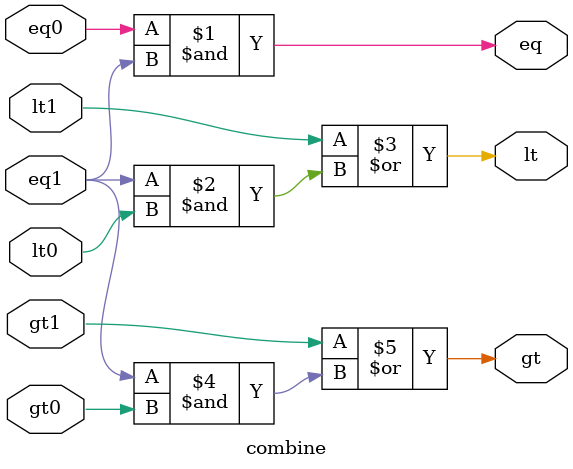
<source format=v>
module combine(eq, lt, gt, eq0, lt0, gt0, eq1, lt1, gt1);
  input eq0, lt0, gt0, eq1, lt1, gt1;
  output eq, lt, gt;

  assign eq = eq0 & eq1; // eq = eq1*eq0
  assign lt = lt1 | eq1 & lt0; // lt = lt1 + eq1*lt0
  assign gt = gt1 | eq1 & gt0; // gt = gt1 + eq1*gt0
endmodule

</source>
